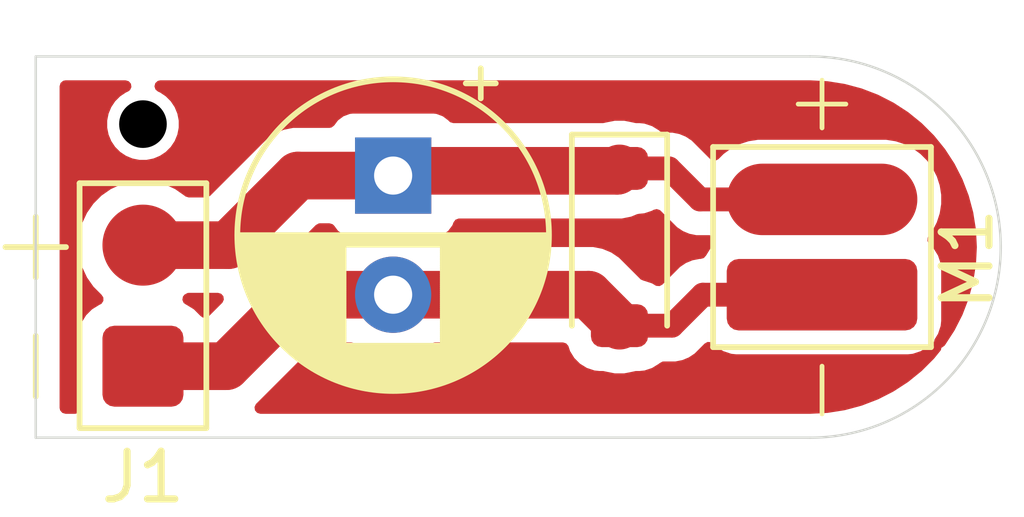
<source format=kicad_pcb>
(kicad_pcb (version 20240108) (generator "pcbnew") (generator_version "8.0")
  (layers (0 "F.Cu" signal) (31 "B.Cu" signal) (34 "B.Paste" user) (35 "F.Paste" user) (36 "B.SilkS" user "B.Silkscreen") (37 "F.SilkS" user "F.Silkscreen") (38 "B.Mask" user) (39 "F.Mask" user) (44 "Edge.Cuts" user))
  (net 0 "")
  (net 1 "GND")
  (net 2 "+2V5")
  (footprint "Harris_Lab_Footprints:SurferBot_Charge_Connector" (layer "F.Cu") (at 135.5 99.5 180)
    (property "Reference" "J1" (at 0 -2.33 0) (layer "F.SilkS"))
    (property "Value" "Conn_01x03_Socket" (hide yes))
    (fp_line (start 2.25 1.865) (end 2.25 3.135) (stroke (width 0.12)) (layer "F.SilkS"))
    (fp_line (start 2.25 -0.635) (end 2.25 0.635) (stroke (width 0.12)) (layer "F.SilkS"))
    (fp_line (start 1.615 2.5) (end 2.885 2.5) (stroke (width 0.12)) (layer "F.SilkS"))
    (fp_line (start 1.33 -1.3) (end 1.33 3.84) (stroke (width 0.12)) (layer "F.SilkS"))
    (fp_line (start -1.33 3.84) (end 1.33 3.84) (stroke (width 0.12)) (layer "F.SilkS"))
    (fp_line (start -1.33 -1.3) (end 1.33 -1.3) (stroke (width 0.12)) (layer "F.SilkS"))
    (fp_line (start -1.33 -1.3) (end -1.33 3.84) (stroke (width 0.12)) (layer "F.SilkS"))
    (pad "" np_thru_hole oval (at 0 5.08 180) (size 1.7 1.7) (drill 1) (layers "F.Mask"))
    (pad "1" smd roundrect (at 0 0 180) (size 1.7 1.7) (layers "F.Cu" "F.Paste" "F.Mask") (roundrect_rratio 0.1470588235) (net 1 "GND"))
    (pad "2" smd oval (at 0 2.54 180) (size 1.7 1.7) (layers "F.Cu" "F.Paste" "F.Mask") (net 2 "+2V5"))
  )
  (footprint "Harris_Lab_Footprints:ERM_Motor_Pads" (layer "F.Cu") (at 149.75 97 -90)
    (property "Reference" "M1" (at 0.254 -3.048 90) (layer "F.SilkS"))
    (property "Value" "ERM Tactile Motor" (hide yes))
    (fp_line (start -2.1 2.286) (end -2.1 -2.286) (stroke (width 0.12)) (layer "F.SilkS"))
    (fp_line (start 2.1 2.286) (end -2.1 2.286) (stroke (width 0.12)) (layer "F.SilkS"))
    (fp_line (start -3.5 0) (end -2.5 0) (stroke (width 0.1)) (layer "F.SilkS"))
    (fp_line (start 2.5 0) (end 3.5 0) (stroke (width 0.1)) (layer "F.SilkS"))
    (fp_line (start -3 -0.5) (end -3 0.5) (stroke (width 0.1)) (layer "F.SilkS"))
    (fp_line (start -2.1 -2.286) (end 2.1 -2.286) (stroke (width 0.12)) (layer "F.SilkS"))
    (fp_line (start 2.1 -2.286) (end 2.1 2.286) (stroke (width 0.12)) (layer "F.SilkS"))
    (pad "1" smd oval (at -1 0 270) (size 1.5 4) (layers "F.Cu" "F.Mask") (net 2 "+2V5"))
    (pad "2" smd roundrect (at 1 0 270) (size 1.5 4) (layers "F.Cu" "F.Mask") (roundrect_rratio 0.1666666667) (net 1 "GND"))
  )
  (footprint "Capacitor_THT:CP_Radial_D6.3mm_P2.50mm" (layer "F.Cu") (at 140.75 95.5 -90)
    (property "Reference" "C1" (hide yes))
    (property "Value" "SuperCap 4F")
    (fp_line (start 1.49 1.04) (end 1.49 3.222) (stroke (width 0.12)) (layer "F.SilkS"))
    (fp_line (start 1.53 1.04) (end 1.53 3.218) (stroke (width 0.12)) (layer "F.SilkS"))
    (fp_line (start 1.57 1.04) (end 1.57 3.215) (stroke (width 0.12)) (layer "F.SilkS"))
    (fp_line (start 1.61 1.04) (end 1.61 3.211) (stroke (width 0.12)) (layer "F.SilkS"))
    (fp_line (start 1.65 1.04) (end 1.65 3.206) (stroke (width 0.12)) (layer "F.SilkS"))
    (fp_line (start 1.69 1.04) (end 1.69 3.201) (stroke (width 0.12)) (layer "F.SilkS"))
    (fp_line (start 1.73 1.04) (end 1.73 3.195) (stroke (width 0.12)) (layer "F.SilkS"))
    (fp_line (start 1.77 1.04) (end 1.77 3.189) (stroke (width 0.12)) (layer "F.SilkS"))
    (fp_line (start 1.81 1.04) (end 1.81 3.182) (stroke (width 0.12)) (layer "F.SilkS"))
    (fp_line (start 1.85 1.04) (end 1.85 3.175) (stroke (width 0.12)) (layer "F.SilkS"))
    (fp_line (start 1.89 1.04) (end 1.89 3.167) (stroke (width 0.12)) (layer "F.SilkS"))
    (fp_line (start 1.93 1.04) (end 1.93 3.159) (stroke (width 0.12)) (layer "F.SilkS"))
    (fp_line (start 1.971 1.04) (end 1.971 3.15) (stroke (width 0.12)) (layer "F.SilkS"))
    (fp_line (start 2.011 1.04) (end 2.011 3.141) (stroke (width 0.12)) (layer "F.SilkS"))
    (fp_line (start 2.051 1.04) (end 2.051 3.131) (stroke (width 0.12)) (layer "F.SilkS"))
    (fp_line (start 2.091 1.04) (end 2.091 3.121) (stroke (width 0.12)) (layer "F.SilkS"))
    (fp_line (start 2.131 1.04) (end 2.131 3.11) (stroke (width 0.12)) (layer "F.SilkS"))
    (fp_line (start 2.171 1.04) (end 2.171 3.098) (stroke (width 0.12)) (layer "F.SilkS"))
    (fp_line (start 2.211 1.04) (end 2.211 3.086) (stroke (width 0.12)) (layer "F.SilkS"))
    (fp_line (start 2.251 1.04) (end 2.251 3.074) (stroke (width 0.12)) (layer "F.SilkS"))
    (fp_line (start 2.291 1.04) (end 2.291 3.061) (stroke (width 0.12)) (layer "F.SilkS"))
    (fp_line (start 2.331 1.04) (end 2.331 3.047) (stroke (width 0.12)) (layer "F.SilkS"))
    (fp_line (start 2.371 1.04) (end 2.371 3.033) (stroke (width 0.12)) (layer "F.SilkS"))
    (fp_line (start 2.411 1.04) (end 2.411 3.018) (stroke (width 0.12)) (layer "F.SilkS"))
    (fp_line (start 2.451 1.04) (end 2.451 3.002) (stroke (width 0.12)) (layer "F.SilkS"))
    (fp_line (start 2.491 1.04) (end 2.491 2.986) (stroke (width 0.12)) (layer "F.SilkS"))
    (fp_line (start 2.531 1.04) (end 2.531 2.97) (stroke (width 0.12)) (layer "F.SilkS"))
    (fp_line (start 2.571 1.04) (end 2.571 2.952) (stroke (width 0.12)) (layer "F.SilkS"))
    (fp_line (start 2.611 1.04) (end 2.611 2.934) (stroke (width 0.12)) (layer "F.SilkS"))
    (fp_line (start 2.651 1.04) (end 2.651 2.916) (stroke (width 0.12)) (layer "F.SilkS"))
    (fp_line (start 2.691 1.04) (end 2.691 2.896) (stroke (width 0.12)) (layer "F.SilkS"))
    (fp_line (start 2.731 1.04) (end 2.731 2.876) (stroke (width 0.12)) (layer "F.SilkS"))
    (fp_line (start 2.771 1.04) (end 2.771 2.856) (stroke (width 0.12)) (layer "F.SilkS"))
    (fp_line (start 2.811 1.04) (end 2.811 2.834) (stroke (width 0.12)) (layer "F.SilkS"))
    (fp_line (start 2.851 1.04) (end 2.851 2.812) (stroke (width 0.12)) (layer "F.SilkS"))
    (fp_line (start 2.891 1.04) (end 2.891 2.79) (stroke (width 0.12)) (layer "F.SilkS"))
    (fp_line (start 2.931 1.04) (end 2.931 2.766) (stroke (width 0.12)) (layer "F.SilkS"))
    (fp_line (start 2.971 1.04) (end 2.971 2.742) (stroke (width 0.12)) (layer "F.SilkS"))
    (fp_line (start 3.011 1.04) (end 3.011 2.716) (stroke (width 0.12)) (layer "F.SilkS"))
    (fp_line (start 3.051 1.04) (end 3.051 2.69) (stroke (width 0.12)) (layer "F.SilkS"))
    (fp_line (start 3.091 1.04) (end 3.091 2.664) (stroke (width 0.12)) (layer "F.SilkS"))
    (fp_line (start 3.131 1.04) (end 3.131 2.636) (stroke (width 0.12)) (layer "F.SilkS"))
    (fp_line (start 3.171 1.04) (end 3.171 2.607) (stroke (width 0.12)) (layer "F.SilkS"))
    (fp_line (start 3.211 1.04) (end 3.211 2.578) (stroke (width 0.12)) (layer "F.SilkS"))
    (fp_line (start 3.251 1.04) (end 3.251 2.548) (stroke (width 0.12)) (layer "F.SilkS"))
    (fp_line (start 3.291 1.04) (end 3.291 2.516) (stroke (width 0.12)) (layer "F.SilkS"))
    (fp_line (start 3.331 1.04) (end 3.331 2.484) (stroke (width 0.12)) (layer "F.SilkS"))
    (fp_line (start 3.371 1.04) (end 3.371 2.45) (stroke (width 0.12)) (layer "F.SilkS"))
    (fp_line (start 3.411 1.04) (end 3.411 2.416) (stroke (width 0.12)) (layer "F.SilkS"))
    (fp_line (start 3.451 1.04) (end 3.451 2.38) (stroke (width 0.12)) (layer "F.SilkS"))
    (fp_line (start 3.491 1.04) (end 3.491 2.343) (stroke (width 0.12)) (layer "F.SilkS"))
    (fp_line (start 3.531 1.04) (end 3.531 2.305) (stroke (width 0.12)) (layer "F.SilkS"))
    (fp_line (start 4.491 -0.402) (end 4.491 0.402) (stroke (width 0.12)) (layer "F.SilkS"))
    (fp_line (start 4.451 -0.633) (end 4.451 0.633) (stroke (width 0.12)) (layer "F.SilkS"))
    (fp_line (start 4.411 -0.802) (end 4.411 0.802) (stroke (width 0.12)) (layer "F.SilkS"))
    (fp_line (start 4.371 -0.94) (end 4.371 0.94) (stroke (width 0.12)) (layer "F.SilkS"))
    (fp_line (start 4.331 -1.059) (end 4.331 1.059) (stroke (width 0.12)) (layer "F.SilkS"))
    (fp_line (start 4.291 -1.165) (end 4.291 1.165) (stroke (width 0.12)) (layer "F.SilkS"))
    (fp_line (start 4.251 -1.262) (end 4.251 1.262) (stroke (width 0.12)) (layer "F.SilkS"))
    (fp_line (start 4.211 -1.35) (end 4.211 1.35) (stroke (width 0.12)) (layer "F.SilkS"))
    (fp_line (start 4.171 -1.432) (end 4.171 1.432) (stroke (width 0.12)) (layer "F.SilkS"))
    (fp_line (start 4.131 -1.509) (end 4.131 1.509) (stroke (width 0.12)) (layer "F.SilkS"))
    (fp_line (start 4.091 -1.581) (end 4.091 1.581) (stroke (width 0.12)) (layer "F.SilkS"))
    (fp_line (start 4.051 -1.65) (end 4.051 1.65) (stroke (width 0.12)) (layer "F.SilkS"))
    (fp_line (start 4.011 -1.714) (end 4.011 1.714) (stroke (width 0.12)) (layer "F.SilkS"))
    (fp_line (start 3.971 -1.776) (end 3.971 1.776) (stroke (width 0.12)) (layer "F.SilkS"))
    (fp_line (start 3.931 -1.834) (end 3.931 1.834) (stroke (width 0.12)) (layer "F.SilkS"))
    (fp_line (start -2.250241 -1.839) (end -1.620241 -1.839) (stroke (width 0.12)) (layer "F.SilkS"))
    (fp_line (start 3.891 -1.89) (end 3.891 1.89) (stroke (width 0.12)) (layer "F.SilkS"))
    (fp_line (start 3.851 -1.944) (end 3.851 1.944) (stroke (width 0.12)) (layer "F.SilkS"))
    (fp_line (start 3.811 -1.995) (end 3.811 1.995) (stroke (width 0.12)) (layer "F.SilkS"))
    (fp_line (start 3.771 -2.044) (end 3.771 2.044) (stroke (width 0.12)) (layer "F.SilkS"))
    (fp_line (start 3.731 -2.092) (end 3.731 2.092) (stroke (width 0.12)) (layer "F.SilkS"))
    (fp_line (start 3.691 -2.137) (end 3.691 2.137) (stroke (width 0.12)) (layer "F.SilkS"))
    (fp_line (start -1.935241 -2.154) (end -1.935241 -1.524) (stroke (width 0.12)) (layer "F.SilkS"))
    (fp_line (start 3.651 -2.182) (end 3.651 2.182) (stroke (width 0.12)) (layer "F.SilkS"))
    (fp_line (start 3.611 -2.224) (end 3.611 2.224) (stroke (width 0.12)) (layer "F.SilkS"))
    (fp_line (start 3.571 -2.265) (end 3.571 2.265) (stroke (width 0.12)) (layer "F.SilkS"))
    (fp_line (start 3.531 -2.305) (end 3.531 -1.04) (stroke (width 0.12)) (layer "F.SilkS"))
    (fp_line (start 3.491 -2.343) (end 3.491 -1.04) (stroke (width 0.12)) (layer "F.SilkS"))
    (fp_line (start 3.451 -2.38) (end 3.451 -1.04) (stroke (width 0.12)) (layer "F.SilkS"))
    (fp_line (start 3.411 -2.416) (end 3.411 -1.04) (stroke (width 0.12)) (layer "F.SilkS"))
    (fp_line (start 3.371 -2.45) (end 3.371 -1.04) (stroke (width 0.12)) (layer "F.SilkS"))
    (fp_line (start 3.331 -2.484) (end 3.331 -1.04) (stroke (width 0.12)) (layer "F.SilkS"))
    (fp_line (start 3.291 -2.516) (end 3.291 -1.04) (stroke (width 0.12)) (layer "F.SilkS"))
    (fp_line (start 3.251 -2.548) (end 3.251 -1.04) (stroke (width 0.12)) (layer "F.SilkS"))
    (fp_line (start 3.211 -2.578) (end 3.211 -1.04) (stroke (width 0.12)) (layer "F.SilkS"))
    (fp_line (start 3.171 -2.607) (end 3.171 -1.04) (stroke (width 0.12)) (layer "F.SilkS"))
    (fp_line (start 3.131 -2.636) (end 3.131 -1.04) (stroke (width 0.12)) (layer "F.SilkS"))
    (fp_line (start 3.091 -2.664) (end 3.091 -1.04) (stroke (width 0.12)) (layer "F.SilkS"))
    (fp_line (start 3.051 -2.69) (end 3.051 -1.04) (stroke (width 0.12)) (layer "F.SilkS"))
    (fp_line (start 3.011 -2.716) (end 3.011 -1.04) (stroke (width 0.12)) (layer "F.SilkS"))
    (fp_line (start 2.971 -2.742) (end 2.971 -1.04) (stroke (width 0.12)) (layer "F.SilkS"))
    (fp_line (start 2.931 -2.766) (end 2.931 -1.04) (stroke (width 0.12)) (layer "F.SilkS"))
    (fp_line (start 2.891 -2.79) (end 2.891 -1.04) (stroke (width 0.12)) (layer "F.SilkS"))
    (fp_line (start 2.851 -2.812) (end 2.851 -1.04) (stroke (width 0.12)) (layer "F.SilkS"))
    (fp_line (start 2.811 -2.834) (end 2.811 -1.04) (stroke (width 0.12)) (layer "F.SilkS"))
    (fp_line (start 2.771 -2.856) (end 2.771 -1.04) (stroke (width 0.12)) (layer "F.SilkS"))
    (fp_line (start 2.731 -2.876) (end 2.731 -1.04) (stroke (width 0.12)) (layer "F.SilkS"))
    (fp_line (start 2.691 -2.896) (end 2.691 -1.04) (stroke (width 0.12)) (layer "F.SilkS"))
    (fp_line (start 2.651 -2.916) (end 2.651 -1.04) (stroke (width 0.12)) (layer "F.SilkS"))
    (fp_line (start 2.611 -2.934) (end 2.611 -1.04) (stroke (width 0.12)) (layer "F.SilkS"))
    (fp_line (start 2.571 -2.952) (end 2.571 -1.04) (stroke (width 0.12)) (layer "F.SilkS"))
    (fp_line (start 2.531 -2.97) (end 2.531 -1.04) (stroke (width 0.12)) (layer "F.SilkS"))
    (fp_line (start 2.491 -2.986) (end 2.491 -1.04) (stroke (width 0.12)) (layer "F.SilkS"))
    (fp_line (start 2.451 -3.002) (end 2.451 -1.04) (stroke (width 0.12)) (layer "F.SilkS"))
    (fp_line (start 2.411 -3.018) (end 2.411 -1.04) (stroke (width 0.12)) (layer "F.SilkS"))
    (fp_line (start 2.371 -3.033) (end 2.371 -1.04) (stroke (width 0.12)) (layer "F.SilkS"))
    (fp_line (start 2.331 -3.047) (end 2.331 -1.04) (stroke (width 0.12)) (layer "F.SilkS"))
    (fp_line (start 2.291 -3.061) (end 2.291 -1.04) (stroke (width 0.12)) (layer "F.SilkS"))
    (fp_line (start 2.251 -3.074) (end 2.251 -1.04) (stroke (width 0.12)) (layer "F.SilkS"))
    (fp_line (start 2.211 -3.086) (end 2.211 -1.04) (stroke (width 0.12)) (layer "F.SilkS"))
    (fp_line (start 2.171 -3.098) (end 2.171 -1.04) (stroke (width 0.12)) (layer "F.SilkS"))
    (fp_line (start 2.131 -3.11) (end 2.131 -1.04) (stroke (width 0.12)) (layer "F.SilkS"))
    (fp_line (start 2.091 -3.121) (end 2.091 -1.04) (stroke (width 0.12)) (layer "F.SilkS"))
    (fp_line (start 2.051 -3.131) (end 2.051 -1.04) (stroke (width 0.12)) (layer "F.SilkS"))
    (fp_line (start 2.011 -3.141) (end 2.011 -1.04) (stroke (width 0.12)) (layer "F.SilkS"))
    (fp_line (start 1.971 -3.15) (end 1.971 -1.04) (stroke (width 0.12)) (layer "F.SilkS"))
    (fp_line (start 1.93 -3.159) (end 1.93 -1.04) (stroke (width 0.12)) (layer "F.SilkS"))
    (fp_line (start 1.89 -3.167) (end 1.89 -1.04) (stroke (width 0.12)) (layer "F.SilkS"))
    (fp_line (start 1.85 -3.175) (end 1.85 -1.04) (stroke (width 0.12)) (layer "F.SilkS"))
    (fp_line (start 1.81 -3.182) (end 1.81 -1.04) (stroke (width 0.12)) (layer "F.SilkS"))
    (fp_line (start 1.77 -3.189) (end 1.77 -1.04) (stroke (width 0.12)) (layer "F.SilkS"))
    (fp_line (start 1.73 -3.195) (end 1.73 -1.04) (stroke (width 0.12)) (layer "F.SilkS"))
    (fp_line (start 1.69 -3.201) (end 1.69 -1.04) (stroke (width 0.12)) (layer "F.SilkS"))
    (fp_line (start 1.65 -3.206) (end 1.65 -1.04) (stroke (width 0.12)) (layer "F.SilkS"))
    (fp_line (start 1.61 -3.211) (end 1.61 -1.04) (stroke (width 0.12)) (layer "F.SilkS"))
    (fp_line (start 1.57 -3.215) (end 1.57 -1.04) (stroke (width 0.12)) (layer "F.SilkS"))
    (fp_line (start 1.53 -3.218) (end 1.53 -1.04) (stroke (width 0.12)) (layer "F.SilkS"))
    (fp_line (start 1.49 -3.222) (end 1.49 -1.04) (stroke (width 0.12)) (layer "F.SilkS"))
    (fp_line (start 1.45 -3.224) (end 1.45 3.224) (stroke (width 0.12)) (layer "F.SilkS"))
    (fp_line (start 1.41 -3.227) (end 1.41 3.227) (stroke (width 0.12)) (layer "F.SilkS"))
    (fp_line (start 1.37 -3.228) (end 1.37 3.228) (stroke (width 0.12)) (layer "F.SilkS"))
    (fp_line (start 1.25 -3.23) (end 1.25 3.23) (stroke (width 0.12)) (layer "F.SilkS"))
    (fp_line (start 1.29 -3.23) (end 1.29 3.23) (stroke (width 0.12)) (layer "F.SilkS"))
    (fp_line (start 1.33 -3.23) (end 1.33 3.23) (stroke (width 0.12)) (layer "F.SilkS"))
    (fp_circle (center 1.25 0) (end 4.52 0) (stroke (width 0.12)) (fill none) (layer "F.SilkS"))
    (pad "1" thru_hole rect (at 0 0 270) (size 1.6 1.6) (drill 0.8) (layers "*.Cu" "*.Mask") (net 2 "+2V5"))
    (pad "2" thru_hole circle (at 2.5 0 270) (size 1.6 1.6) (drill 0.8) (layers "*.Cu" "*.Mask") (net 1 "GND"))
  )
  (footprint "Diode_SMD:D_SOD-123" (layer "F.Cu") (at 145.5 97 -90)
    (property "Reference" "D1" (hide yes))
    (property "Value" "PMEG3010ER")
    (fp_line (start -2.36 1) (end 1.65 1) (stroke (width 0.12)) (layer "F.SilkS"))
    (fp_line (start -2.36 -1) (end -2.36 1) (stroke (width 0.12)) (layer "F.SilkS"))
    (fp_line (start -2.36 -1) (end 1.65 -1) (stroke (width 0.12)) (layer "F.SilkS"))
    (pad "1" smd roundrect (at -1.65 0 270) (size 0.9 1.2) (layers "F.Cu" "F.Paste" "F.Mask") (net 2 "+2V5"))
    (pad "2" smd roundrect (at 1.65 0 270) (size 0.9 1.2) (layers "F.Cu" "F.Paste" "F.Mask") (net 1 "GND"))
  )
  (gr_line (start 149.5 93) (end 133.275 93) (stroke (width 0.05)) (layer "Edge.Cuts"))
  (gr_line (start 133.25 93) (end 133.25 101) (stroke (width 0.05)) (layer "Edge.Cuts"))
  (gr_arc (start 149.5 93) (mid 153.5 97) (end 149.5 101) (stroke (width 0.05)) (layer "Edge.Cuts"))
  (gr_line (start 133.25 101) (end 149.5 101) (stroke (width 0.05)) (layer "Edge.Cuts"))
  (segment (start 140.75 98) (end 138.75 98) (width 1) (layer "F.Cu") (net 1))
  (segment (start 140.75 98) (end 144.85 98) (width 1) (layer "F.Cu") (net 1))
  (segment (start 144.85 98) (end 145.5 98.65) (width 1) (layer "F.Cu") (net 1))
  (segment (start 137.25 99.5) (end 135.5 99.5) (width 1) (layer "F.Cu") (net 1))
  (segment (start 145.5 98.65) (end 146.6 98.65) (width 0.5) (layer "F.Cu") (net 1))
  (segment (start 146.6 98.65) (end 147.25 98) (width 0.5) (layer "F.Cu") (net 1))
  (segment (start 138.75 98) (end 137.25 99.5) (width 1) (layer "F.Cu") (net 1))
  (segment (start 147.25 98) (end 149.75 98) (width 0.5) (layer "F.Cu") (net 1))
  (segment (start 140.25 98) (end 140.75 98) (width 0.5) (layer "F.Cu") (net 1))
  (segment (start 135.5 96.96) (end 137.29 96.96) (width 1) (layer "F.Cu") (net 2))
  (segment (start 138.75 95.5) (end 140.75 95.5) (width 1) (layer "F.Cu") (net 2))
  (segment (start 140.85 95.4) (end 145.45 95.4) (width 1) (layer "F.Cu") (net 2))
  (segment (start 145.5 95.35) (end 146.5375 95.35) (width 0.5) (layer "F.Cu") (net 2))
  (segment (start 147.1875 96) (end 149.75 96) (width 0.5) (layer "F.Cu") (net 2))
  (segment (start 145.45 95.4) (end 145.5 95.35) (width 1) (layer "F.Cu") (net 2))
  (segment (start 137.29 96.96) (end 138.75 95.5) (width 1) (layer "F.Cu") (net 2))
  (segment (start 140.75 95.5) (end 140.85 95.4) (width 1) (layer "F.Cu") (net 2))
  (segment (start 146.5375 95.35) (end 147.1875 96) (width 0.5) (layer "F.Cu") (net 2))
  (zone (net 0) (net_name "") (layer "F.Cu") (connect_pads no (clearance 0.5)) (min_thickness 0.25) (fill yes (thermal_gap 0.5) (thermal_bridge_width 0.5) (island_removal_mode 1) (island_area_min 10))
    (polygon (pts (xy 154 92.5) (xy 154 101.5) (xy 132.5 101.5) (xy 132.5 92.5)))
  )
)
</source>
